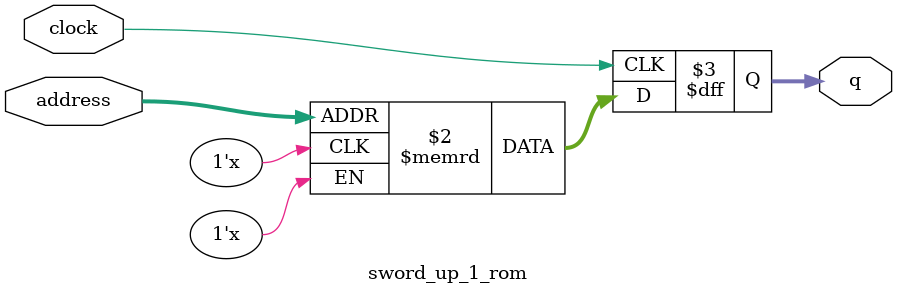
<source format=sv>
module sword_up_1_rom (
	input logic clock,
	input logic [9:0] address,
	output logic [2:0] q
);

logic [2:0] memory [0:1023] /* synthesis ram_init_file = "./sword_up_1/sword_up_1.mif" */;

always_ff @ (posedge clock) begin
	q <= memory[address];
end

endmodule

</source>
